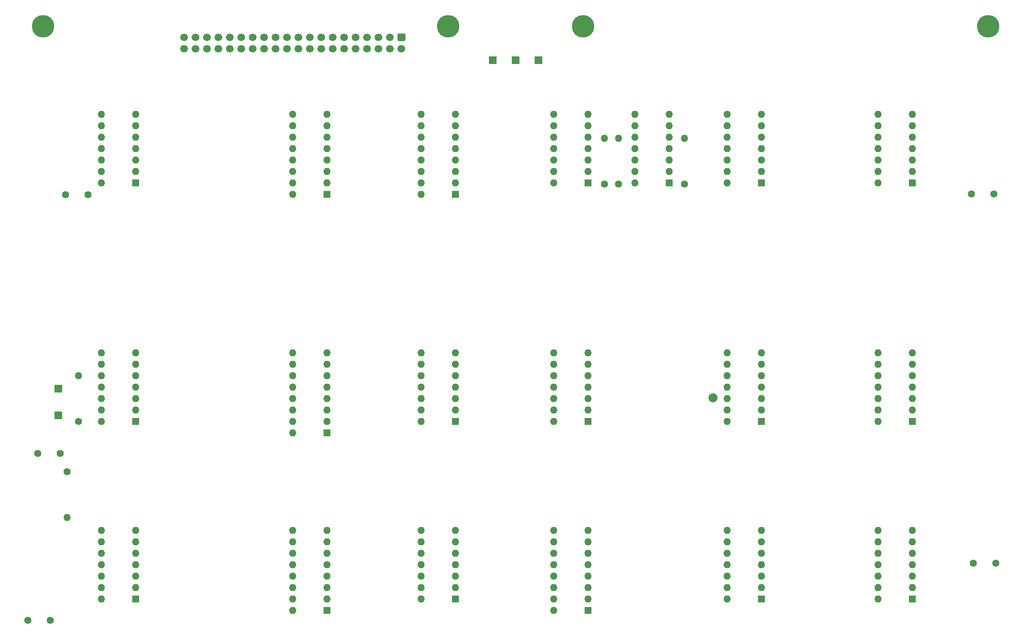
<source format=gbr>
%TF.GenerationSoftware,KiCad,Pcbnew,(5.1.10-1-10_14)*%
%TF.CreationDate,2021-07-04T08:15:42+10:00*%
%TF.ProjectId,256 word memory_2.0,32353620-776f-4726-9420-6d656d6f7279,rev?*%
%TF.SameCoordinates,Original*%
%TF.FileFunction,Soldermask,Top*%
%TF.FilePolarity,Negative*%
%FSLAX46Y46*%
G04 Gerber Fmt 4.6, Leading zero omitted, Abs format (unit mm)*
G04 Created by KiCad (PCBNEW (5.1.10-1-10_14)) date 2021-07-04 08:15:42*
%MOMM*%
%LPD*%
G01*
G04 APERTURE LIST*
%ADD10C,1.700000*%
%ADD11C,2.000000*%
%ADD12C,5.000000*%
%ADD13R,1.700000X1.700000*%
%ADD14C,1.600000*%
%ADD15O,1.600000X1.600000*%
%ADD16R,1.600000X1.600000*%
G04 APERTURE END LIST*
D10*
%TO.C,J9*%
X55880000Y-27940000D03*
X58420000Y-27940000D03*
X60960000Y-27940000D03*
X63500000Y-27940000D03*
X66040000Y-27940000D03*
X68580000Y-27940000D03*
X71120000Y-27940000D03*
X73660000Y-27940000D03*
X76200000Y-27940000D03*
X78740000Y-27940000D03*
X81280000Y-27940000D03*
X83820000Y-27940000D03*
X86360000Y-27940000D03*
X88900000Y-27940000D03*
X91440000Y-27940000D03*
X93980000Y-27940000D03*
X96520000Y-27940000D03*
X99060000Y-27940000D03*
X101600000Y-27940000D03*
X104140000Y-27940000D03*
X55880000Y-25400000D03*
X58420000Y-25400000D03*
X60960000Y-25400000D03*
X63500000Y-25400000D03*
X66040000Y-25400000D03*
X68580000Y-25400000D03*
X71120000Y-25400000D03*
X73660000Y-25400000D03*
X76200000Y-25400000D03*
X78740000Y-25400000D03*
X81280000Y-25400000D03*
X83820000Y-25400000D03*
X86360000Y-25400000D03*
X88900000Y-25400000D03*
X91440000Y-25400000D03*
X93980000Y-25400000D03*
X96520000Y-25400000D03*
X99060000Y-25400000D03*
X101600000Y-25400000D03*
G36*
G01*
X103540000Y-24550000D02*
X104740000Y-24550000D01*
G75*
G02*
X104990000Y-24800000I0J-250000D01*
G01*
X104990000Y-26000000D01*
G75*
G02*
X104740000Y-26250000I-250000J0D01*
G01*
X103540000Y-26250000D01*
G75*
G02*
X103290000Y-26000000I0J250000D01*
G01*
X103290000Y-24800000D01*
G75*
G02*
X103540000Y-24550000I250000J0D01*
G01*
G37*
%TD*%
D11*
%TO.C,J3*%
X173355000Y-105500000D03*
%TD*%
D12*
%TO.C,H2*%
X234500000Y-23000000D03*
X144500000Y-23000000D03*
%TD*%
%TO.C,H1*%
X114500000Y-23000000D03*
X24500000Y-23000000D03*
%TD*%
D13*
%TO.C,J8*%
X129540000Y-30480000D03*
%TD*%
%TO.C,J7*%
X124460000Y-30480000D03*
%TD*%
%TO.C,J6*%
X134620000Y-30480000D03*
%TD*%
%TO.C,J5*%
X27940000Y-109460000D03*
%TD*%
%TO.C,J4*%
X27940000Y-103505000D03*
%TD*%
D14*
%TO.C,C5*%
X236203500Y-142303500D03*
X231203500Y-142303500D03*
%TD*%
%TO.C,C4*%
X21162000Y-154940000D03*
X26162000Y-154940000D03*
%TD*%
%TO.C,C3*%
X23321000Y-117856000D03*
X28321000Y-117856000D03*
%TD*%
%TO.C,C2*%
X235759000Y-60198000D03*
X230759000Y-60198000D03*
%TD*%
%TO.C,C1*%
X29527500Y-60388500D03*
X34527500Y-60388500D03*
%TD*%
D15*
%TO.C,U17*%
X176500000Y-150240000D03*
X184120000Y-135000000D03*
X176500000Y-147700000D03*
X184120000Y-137540000D03*
X176500000Y-145160000D03*
X184120000Y-140080000D03*
X176500000Y-142620000D03*
X184120000Y-142620000D03*
X176500000Y-140080000D03*
X184120000Y-145160000D03*
X176500000Y-137540000D03*
X184120000Y-147700000D03*
X176500000Y-135000000D03*
D16*
X184120000Y-150240000D03*
%TD*%
D15*
%TO.C,U6*%
X210000000Y-57740000D03*
X217620000Y-42500000D03*
X210000000Y-55200000D03*
X217620000Y-45040000D03*
X210000000Y-52660000D03*
X217620000Y-47580000D03*
X210000000Y-50120000D03*
X217620000Y-50120000D03*
X210000000Y-47580000D03*
X217620000Y-52660000D03*
X210000000Y-45040000D03*
X217620000Y-55200000D03*
X210000000Y-42500000D03*
D16*
X217620000Y-57740000D03*
%TD*%
D15*
%TO.C,U5*%
X176500000Y-57740000D03*
X184120000Y-42500000D03*
X176500000Y-55200000D03*
X184120000Y-45040000D03*
X176500000Y-52660000D03*
X184120000Y-47580000D03*
X176500000Y-50120000D03*
X184120000Y-50120000D03*
X176500000Y-47580000D03*
X184120000Y-52660000D03*
X176500000Y-45040000D03*
X184120000Y-55200000D03*
X176500000Y-42500000D03*
D16*
X184120000Y-57740000D03*
%TD*%
D15*
%TO.C,U10*%
X138000000Y-110740000D03*
X145620000Y-95500000D03*
X138000000Y-108200000D03*
X145620000Y-98040000D03*
X138000000Y-105660000D03*
X145620000Y-100580000D03*
X138000000Y-103120000D03*
X145620000Y-103120000D03*
X138000000Y-100580000D03*
X145620000Y-105660000D03*
X138000000Y-98040000D03*
X145620000Y-108200000D03*
X138000000Y-95500000D03*
D16*
X145620000Y-110740000D03*
%TD*%
D15*
%TO.C,U18*%
X210000000Y-150240000D03*
X217620000Y-135000000D03*
X210000000Y-147700000D03*
X217620000Y-137540000D03*
X210000000Y-145160000D03*
X217620000Y-140080000D03*
X210000000Y-142620000D03*
X217620000Y-142620000D03*
X210000000Y-140080000D03*
X217620000Y-145160000D03*
X210000000Y-137540000D03*
X217620000Y-147700000D03*
X210000000Y-135000000D03*
D16*
X217620000Y-150240000D03*
%TD*%
D15*
%TO.C,U12*%
X210000000Y-110740000D03*
X217620000Y-95500000D03*
X210000000Y-108200000D03*
X217620000Y-98040000D03*
X210000000Y-105660000D03*
X217620000Y-100580000D03*
X210000000Y-103120000D03*
X217620000Y-103120000D03*
X210000000Y-100580000D03*
X217620000Y-105660000D03*
X210000000Y-98040000D03*
X217620000Y-108200000D03*
X210000000Y-95500000D03*
D16*
X217620000Y-110740000D03*
%TD*%
D15*
%TO.C,U19*%
X156000000Y-57740000D03*
X163620000Y-42500000D03*
X156000000Y-55200000D03*
X163620000Y-45040000D03*
X156000000Y-52660000D03*
X163620000Y-47580000D03*
X156000000Y-50120000D03*
X163620000Y-50120000D03*
X156000000Y-47580000D03*
X163620000Y-52660000D03*
X156000000Y-45040000D03*
X163620000Y-55200000D03*
X156000000Y-42500000D03*
D16*
X163620000Y-57740000D03*
%TD*%
D15*
%TO.C,R5*%
X152400000Y-47840000D03*
D14*
X152400000Y-58000000D03*
%TD*%
D15*
%TO.C,R4*%
X167000000Y-47840000D03*
D14*
X167000000Y-58000000D03*
%TD*%
D15*
%TO.C,R3*%
X149225000Y-47840000D03*
D14*
X149225000Y-58000000D03*
%TD*%
D15*
%TO.C,U2*%
X80000000Y-60280000D03*
X87620000Y-42500000D03*
X80000000Y-57740000D03*
X87620000Y-45040000D03*
X80000000Y-55200000D03*
X87620000Y-47580000D03*
X80000000Y-52660000D03*
X87620000Y-50120000D03*
X80000000Y-50120000D03*
X87620000Y-52660000D03*
X80000000Y-47580000D03*
X87620000Y-55200000D03*
X80000000Y-45040000D03*
X87620000Y-57740000D03*
X80000000Y-42500000D03*
D16*
X87620000Y-60280000D03*
%TD*%
D15*
%TO.C,U16*%
X138000000Y-152780000D03*
X145620000Y-135000000D03*
X138000000Y-150240000D03*
X145620000Y-137540000D03*
X138000000Y-147700000D03*
X145620000Y-140080000D03*
X138000000Y-145160000D03*
X145620000Y-142620000D03*
X138000000Y-142620000D03*
X145620000Y-145160000D03*
X138000000Y-140080000D03*
X145620000Y-147700000D03*
X138000000Y-137540000D03*
X145620000Y-150240000D03*
X138000000Y-135000000D03*
D16*
X145620000Y-152780000D03*
%TD*%
D15*
%TO.C,U13*%
X37500000Y-150240000D03*
X45120000Y-135000000D03*
X37500000Y-147700000D03*
X45120000Y-137540000D03*
X37500000Y-145160000D03*
X45120000Y-140080000D03*
X37500000Y-142620000D03*
X45120000Y-142620000D03*
X37500000Y-140080000D03*
X45120000Y-145160000D03*
X37500000Y-137540000D03*
X45120000Y-147700000D03*
X37500000Y-135000000D03*
D16*
X45120000Y-150240000D03*
%TD*%
D15*
%TO.C,U7*%
X37500000Y-110740000D03*
X45120000Y-95500000D03*
X37500000Y-108200000D03*
X45120000Y-98040000D03*
X37500000Y-105660000D03*
X45120000Y-100580000D03*
X37500000Y-103120000D03*
X45120000Y-103120000D03*
X37500000Y-100580000D03*
X45120000Y-105660000D03*
X37500000Y-98040000D03*
X45120000Y-108200000D03*
X37500000Y-95500000D03*
D16*
X45120000Y-110740000D03*
%TD*%
D15*
%TO.C,R1*%
X32385000Y-100600000D03*
D14*
X32385000Y-110760000D03*
%TD*%
D15*
%TO.C,R2*%
X29845000Y-132080000D03*
D14*
X29845000Y-121920000D03*
%TD*%
D15*
%TO.C,U1*%
X37500000Y-57740000D03*
X45120000Y-42500000D03*
X37500000Y-55200000D03*
X45120000Y-45040000D03*
X37500000Y-52660000D03*
X45120000Y-47580000D03*
X37500000Y-50120000D03*
X45120000Y-50120000D03*
X37500000Y-47580000D03*
X45120000Y-52660000D03*
X37500000Y-45040000D03*
X45120000Y-55200000D03*
X37500000Y-42500000D03*
D16*
X45120000Y-57740000D03*
%TD*%
D15*
%TO.C,U3*%
X108500000Y-60280000D03*
X116120000Y-42500000D03*
X108500000Y-57740000D03*
X116120000Y-45040000D03*
X108500000Y-55200000D03*
X116120000Y-47580000D03*
X108500000Y-52660000D03*
X116120000Y-50120000D03*
X108500000Y-50120000D03*
X116120000Y-52660000D03*
X108500000Y-47580000D03*
X116120000Y-55200000D03*
X108500000Y-45040000D03*
X116120000Y-57740000D03*
X108500000Y-42500000D03*
D16*
X116120000Y-60280000D03*
%TD*%
D15*
%TO.C,U4*%
X138000000Y-57740000D03*
X145620000Y-42500000D03*
X138000000Y-55200000D03*
X145620000Y-45040000D03*
X138000000Y-52660000D03*
X145620000Y-47580000D03*
X138000000Y-50120000D03*
X145620000Y-50120000D03*
X138000000Y-47580000D03*
X145620000Y-52660000D03*
X138000000Y-45040000D03*
X145620000Y-55200000D03*
X138000000Y-42500000D03*
D16*
X145620000Y-57740000D03*
%TD*%
D15*
%TO.C,U8*%
X80000000Y-113280000D03*
X87620000Y-95500000D03*
X80000000Y-110740000D03*
X87620000Y-98040000D03*
X80000000Y-108200000D03*
X87620000Y-100580000D03*
X80000000Y-105660000D03*
X87620000Y-103120000D03*
X80000000Y-103120000D03*
X87620000Y-105660000D03*
X80000000Y-100580000D03*
X87620000Y-108200000D03*
X80000000Y-98040000D03*
X87620000Y-110740000D03*
X80000000Y-95500000D03*
D16*
X87620000Y-113280000D03*
%TD*%
D15*
%TO.C,U9*%
X108500000Y-110740000D03*
X116120000Y-95500000D03*
X108500000Y-108200000D03*
X116120000Y-98040000D03*
X108500000Y-105660000D03*
X116120000Y-100580000D03*
X108500000Y-103120000D03*
X116120000Y-103120000D03*
X108500000Y-100580000D03*
X116120000Y-105660000D03*
X108500000Y-98040000D03*
X116120000Y-108200000D03*
X108500000Y-95500000D03*
D16*
X116120000Y-110740000D03*
%TD*%
D15*
%TO.C,U11*%
X176500000Y-110740000D03*
X184120000Y-95500000D03*
X176500000Y-108200000D03*
X184120000Y-98040000D03*
X176500000Y-105660000D03*
X184120000Y-100580000D03*
X176500000Y-103120000D03*
X184120000Y-103120000D03*
X176500000Y-100580000D03*
X184120000Y-105660000D03*
X176500000Y-98040000D03*
X184120000Y-108200000D03*
X176500000Y-95500000D03*
D16*
X184120000Y-110740000D03*
%TD*%
D15*
%TO.C,U14*%
X80000000Y-152780000D03*
X87620000Y-135000000D03*
X80000000Y-150240000D03*
X87620000Y-137540000D03*
X80000000Y-147700000D03*
X87620000Y-140080000D03*
X80000000Y-145160000D03*
X87620000Y-142620000D03*
X80000000Y-142620000D03*
X87620000Y-145160000D03*
X80000000Y-140080000D03*
X87620000Y-147700000D03*
X80000000Y-137540000D03*
X87620000Y-150240000D03*
X80000000Y-135000000D03*
D16*
X87620000Y-152780000D03*
%TD*%
D15*
%TO.C,U15*%
X108500000Y-150240000D03*
X116120000Y-135000000D03*
X108500000Y-147700000D03*
X116120000Y-137540000D03*
X108500000Y-145160000D03*
X116120000Y-140080000D03*
X108500000Y-142620000D03*
X116120000Y-142620000D03*
X108500000Y-140080000D03*
X116120000Y-145160000D03*
X108500000Y-137540000D03*
X116120000Y-147700000D03*
X108500000Y-135000000D03*
D16*
X116120000Y-150240000D03*
%TD*%
M02*

</source>
